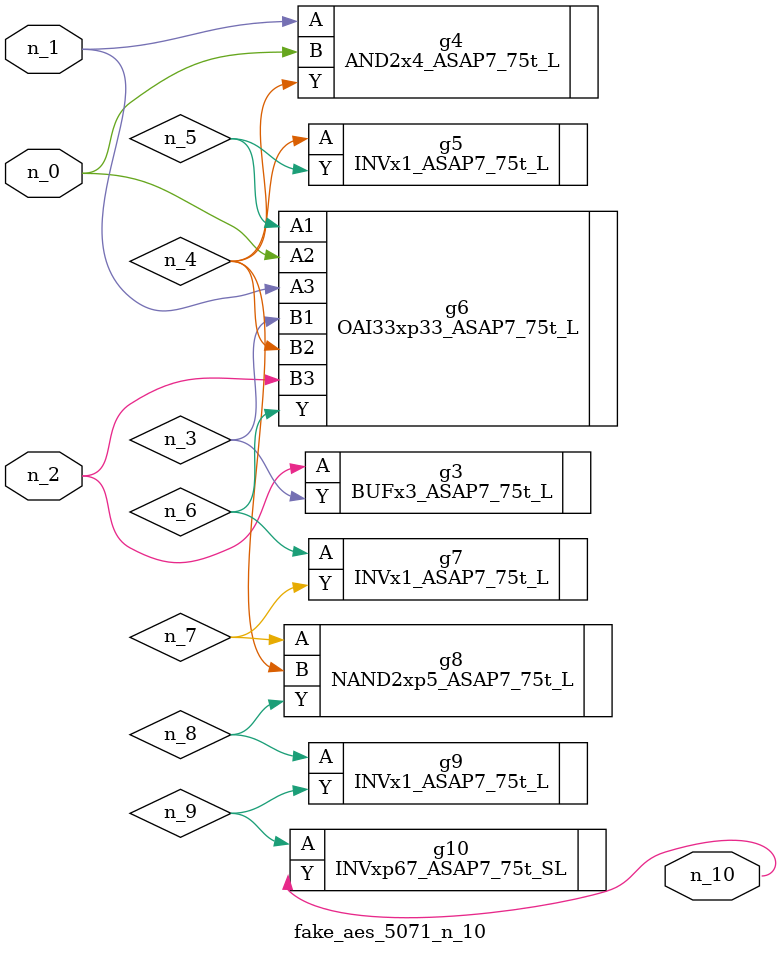
<source format=v>
module fake_aes_5071_n_10 (n_1, n_2, n_0, n_10);
input n_1;
input n_2;
input n_0;
output n_10;
wire n_6;
wire n_4;
wire n_3;
wire n_9;
wire n_5;
wire n_7;
wire n_8;
BUFx3_ASAP7_75t_L g3 ( .A(n_2), .Y(n_3) );
AND2x4_ASAP7_75t_L g4 ( .A(n_1), .B(n_0), .Y(n_4) );
INVx1_ASAP7_75t_L g5 ( .A(n_4), .Y(n_5) );
OAI33xp33_ASAP7_75t_L g6 ( .A1(n_5), .A2(n_0), .A3(n_1), .B1(n_3), .B2(n_4), .B3(n_2), .Y(n_6) );
INVx1_ASAP7_75t_L g7 ( .A(n_6), .Y(n_7) );
NAND2xp5_ASAP7_75t_L g8 ( .A(n_7), .B(n_4), .Y(n_8) );
INVx1_ASAP7_75t_L g9 ( .A(n_8), .Y(n_9) );
INVxp67_ASAP7_75t_SL g10 ( .A(n_9), .Y(n_10) );
endmodule
</source>
